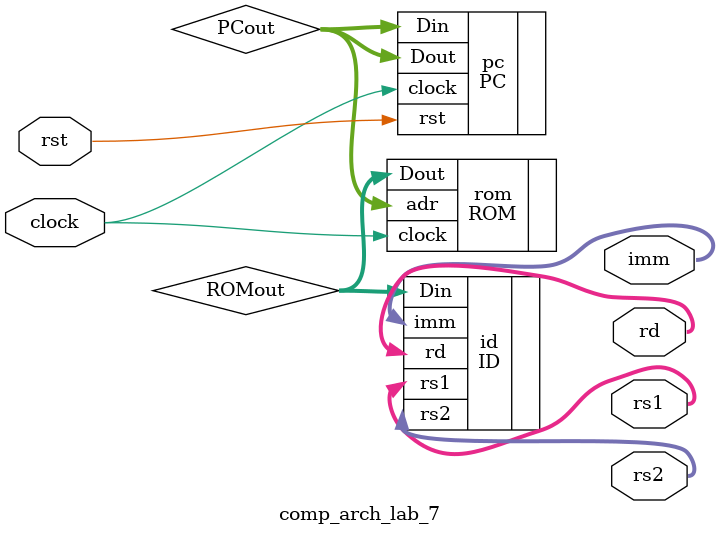
<source format=v>
module comp_arch_lab_7 (rd, rs1, rs2, imm, clock, rst);

 input  rst, clock;
 output [4:0] rd, rs1, rs2;
 output [11:0] imm;
 
 wire [7:0]  PCout;
 wire [31:0] ROMout;

 PC pc (.clock(clock), .rst(rst), .Din(PCout), .Dout(PCout));
 ROM rom (.adr(PCout), .clock(clock), .Dout(ROMout));
 ID id (.Din(ROMout), .rd(rd), .rs1(rs1), .rs2(rs2), .imm(imm));


endmodule 
</source>
